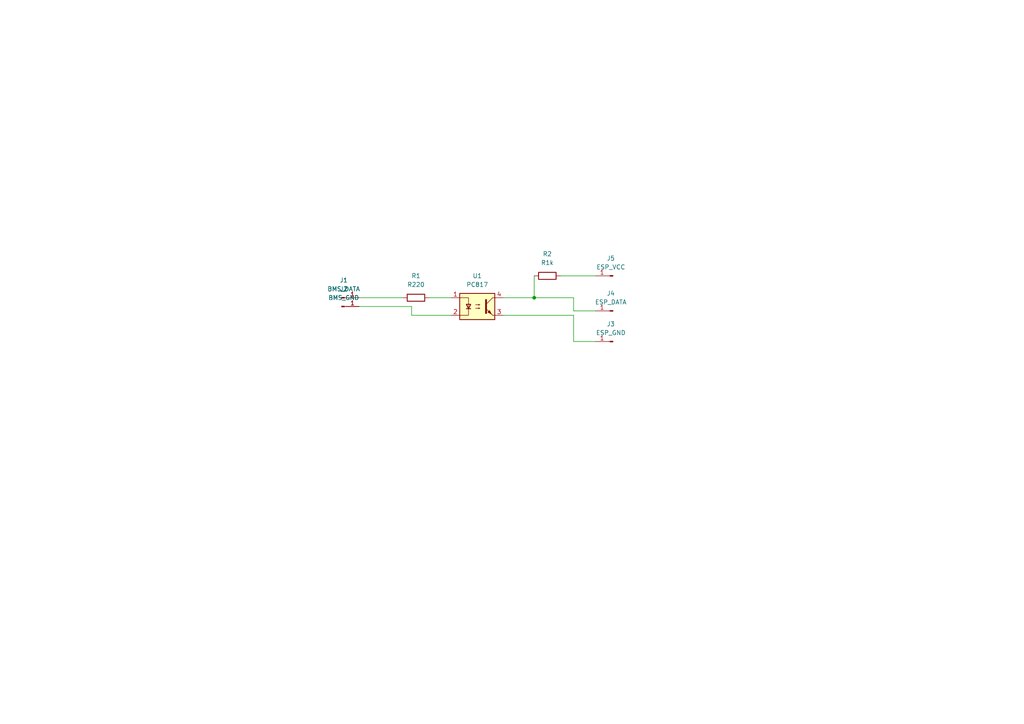
<source format=kicad_sch>
(kicad_sch (version 20231120) (generator "eeschema") (generator_version "8.0")
  (paper "A4")
  (lib_symbols
    (symbol "Connector:Conn_01x01_Pin" (pin_names (offset 1.016) hide)
      (property "Reference" "J" (at 0 2.54 0))
      (property "Value" "Conn_01x01_Pin" (at 0 -2.54 0))
      (symbol "Conn_01x01_Pin_1_1"
        (polyline (pts (xy 1.27 0) (xy 0.8636 0)) (stroke (width 0.1524)))
        (rectangle (start 0.8636 0.127) (end 0 -0.127) (stroke (width 0.1524)) (fill (type outline)))
        (pin passive line (at 5.08 0 180) (length 3.81) (name "Pin_1") (number "1"))
      )
    )
    (symbol "Device:R" (pin_numbers hide) (pin_names (offset 0))
      (property "Reference" "R" (at 2.032 0 90))
      (property "Value" "R" (at 0 0 90))
      (symbol "R_0_1"
        (rectangle (start -1.016 -2.54) (end 1.016 2.54) (stroke (width 0.254)))
      )
      (symbol "R_1_1"
        (pin passive line (at 0 3.81 270) (length 1.27) (name "~") (number "1"))
        (pin passive line (at 0 -3.81 90) (length 1.27) (name "~") (number "2"))
      )
    )
    (symbol "Isolator:PC817" (pin_names (offset 1.016))
      (property "Reference" "U" (at -5.08 5.08 0))
      (property "Value" "PC817" (at 0 5.08 0))
      (symbol "PC817_0_1"
        (rectangle (start -5.08 3.81) (end 5.08 -3.81) (stroke (width 0.254)) (fill (type background)))
        (polyline (pts (xy -3.175 -0.635) (xy -1.905 -0.635)) (stroke (width 0.254)))
        (polyline (pts (xy 2.54 0.635) (xy 4.445 2.54)))
        (polyline (pts (xy 4.445 -2.54) (xy 2.54 -0.635)) (fill (type outline)))
        (polyline (pts (xy 4.445 -2.54) (xy 5.08 -2.54)))
        (polyline (pts (xy 4.445 2.54) (xy 5.08 2.54)))
        (polyline (pts (xy -5.08 2.54) (xy -2.54 2.54) (xy -2.54 -0.635)))
        (polyline (pts (xy -2.54 -0.635) (xy -2.54 -2.54) (xy -5.08 -2.54)))
        (polyline (pts (xy 2.54 1.905) (xy 2.54 -1.905) (xy 2.54 -1.905)) (stroke (width 0.508)))
        (polyline (pts (xy -2.54 -0.635) (xy -3.175 0.635) (xy -1.905 0.635) (xy -2.54 -0.635)) (stroke (width 0.254)))
        (polyline (pts (xy -0.508 -0.508) (xy 0.762 -0.508) (xy 0.381 -0.635) (xy 0.381 -0.381) (xy 0.762 -0.508)))
        (polyline (pts (xy -0.508 0.508) (xy 0.762 0.508) (xy 0.381 0.381) (xy 0.381 0.635) (xy 0.762 0.508)))
        (polyline (pts (xy 3.048 -1.651) (xy 3.556 -1.143) (xy 4.064 -2.159) (xy 3.048 -1.651) (xy 3.048 -1.651)) (fill (type outline)))
      )
      (symbol "PC817_1_1"
        (pin passive line (at -7.62 2.54 0) (length 2.54) (name "~") (number "1"))
        (pin passive line (at -7.62 -2.54 0) (length 2.54) (name "~") (number "2"))
        (pin passive line (at 7.62 -2.54 180) (length 2.54) (name "~") (number "3"))
        (pin passive line (at 7.62 2.54 180) (length 2.54) (name "~") (number "4"))
      )
    )
  )
  (junction (at 154.94 86.36))
  (wire (pts (xy 119.38 88.9) (xy 119.38 91.44)))
  (wire (pts (xy 154.94 86.36) (xy 146.05 86.36)))
  (wire (pts (xy 166.37 86.36) (xy 154.94 86.36)))
  (wire (pts (xy 166.37 99.06) (xy 172.72 99.06)))
  (wire (pts (xy 124.46 86.36) (xy 130.81 86.36)))
  (wire (pts (xy 104.14 88.9) (xy 119.38 88.9)))
  (wire (pts (xy 162.56 80.01) (xy 172.72 80.01)))
  (wire (pts (xy 172.72 90.17) (xy 166.37 90.17)))
  (wire (pts (xy 166.37 90.17) (xy 166.37 86.36)))
  (wire (pts (xy 166.37 91.44) (xy 166.37 99.06)))
  (wire (pts (xy 104.14 86.36) (xy 116.84 86.36)))
  (wire (pts (xy 119.38 91.44) (xy 130.81 91.44)))
  (wire (pts (xy 154.94 80.01) (xy 154.94 86.36)))
  (wire (pts (xy 146.05 91.44) (xy 166.37 91.44)))
  (symbol (lib_id "Isolator:PC817") (at 138.43 88.9 0) (unit 1)
    (property "Reference" "U1" (at 138.43 80.01 0))
    (property "Value" "PC817" (at 138.43 82.55 0))
    (property "Footprint" "Package_DIP:DIP-4_W7.62mm_SMDSocket_SmallPads" (effects (hide yes)))
    (property "Datasheet" "http://www.soselectronic.cz/a_info/resource/d/pc817.pdf" (effects (hide yes)))
    (property "Description" "DC Optocoupler, Vce 35V, CTR 50-300%, DIP-4" (effects (hide yes)))
  )
  (symbol (lib_id "Connector:Conn_01x01_Pin") (at 99.06 86.36 0) (unit 1)
    (property "Reference" "J1" (at 99.695 81.28 0))
    (property "Value" "BMS_DATA" (at 99.695 83.82 0))
    (property "Footprint" "Custom:SolderPad5x3mm" (effects (hide yes)))
    (property "Description" "Generic connector, single row, 01x01, script generated" (effects (hide yes)))
  )
  (symbol (lib_id "Device:R") (at 158.75 80.01 90) (unit 1)
    (property "Reference" "R2" (at 158.75 73.66 90))
    (property "Value" "R1k" (at 158.75 76.2 90))
    (property "Footprint" "Resistor_SMD:R_0805_2012Metric" (effects (hide yes)))
    (property "Description" "Resistor" (effects (hide yes)))
  )
  (symbol (lib_id "Connector:Conn_01x01_Pin") (at 177.8 80.01 180) (unit 1)
    (property "Reference" "J5" (at 177.165 74.93 0))
    (property "Value" "ESP_VCC" (at 177.165 77.47 0))
    (property "Footprint" "Custom:SolderPad5x3mm" (effects (hide yes)))
    (property "Description" "Generic connector, single row, 01x01, script generated" (effects (hide yes)))
  )
  (symbol (lib_id "Device:R") (at 120.65 86.36 270) (unit 1)
    (property "Reference" "R1" (at 120.65 80.01 90))
    (property "Value" "R220" (at 120.65 82.55 90))
    (property "Footprint" "Resistor_SMD:R_0805_2012Metric" (effects (hide yes)))
    (property "Description" "Resistor" (effects (hide yes)))
  )
  (symbol (lib_id "Connector:Conn_01x01_Pin") (at 177.8 90.17 180) (unit 1)
    (property "Reference" "J4" (at 177.165 85.09 0))
    (property "Value" "ESP_DATA" (at 177.165 87.63 0))
    (property "Footprint" "Custom:SolderPad5x3mm" (effects (hide yes)))
    (property "Description" "Generic connector, single row, 01x01, script generated" (effects (hide yes)))
  )
  (symbol (lib_id "Connector:Conn_01x01_Pin") (at 99.06 88.9 0) (unit 1)
    (property "Reference" "J2" (at 99.695 83.82 0))
    (property "Value" "BMS_GND" (at 99.695 86.36 0))
    (property "Footprint" "Custom:SolderPad5x3mm" (effects (hide yes)))
    (property "Description" "Generic connector, single row, 01x01, script generated" (effects (hide yes)))
  )
  (symbol (lib_id "Connector:Conn_01x01_Pin") (at 177.8 99.06 180) (unit 1)
    (property "Reference" "J3" (at 177.165 93.98 0))
    (property "Value" "ESP_GND" (at 177.165 96.52 0))
    (property "Footprint" "Custom:SolderPad5x3mm" (effects (hide yes)))
    (property "Description" "Generic connector, single row, 01x01, script generated" (effects (hide yes)))
  )
)
</source>
